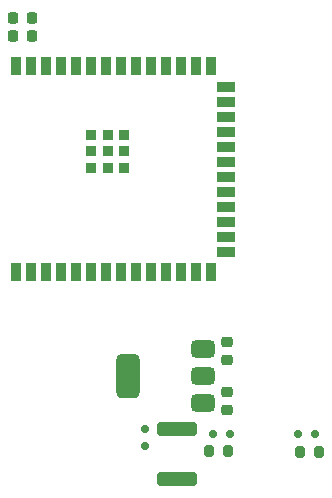
<source format=gbr>
%TF.GenerationSoftware,KiCad,Pcbnew,8.0.9*%
%TF.CreationDate,2025-07-03T09:04:04+02:00*%
%TF.ProjectId,Project,50726f6a-6563-4742-9e6b-696361645f70,rev?*%
%TF.SameCoordinates,Original*%
%TF.FileFunction,Paste,Bot*%
%TF.FilePolarity,Positive*%
%FSLAX46Y46*%
G04 Gerber Fmt 4.6, Leading zero omitted, Abs format (unit mm)*
G04 Created by KiCad (PCBNEW 8.0.9) date 2025-07-03 09:04:04*
%MOMM*%
%LPD*%
G01*
G04 APERTURE LIST*
G04 Aperture macros list*
%AMRoundRect*
0 Rectangle with rounded corners*
0 $1 Rounding radius*
0 $2 $3 $4 $5 $6 $7 $8 $9 X,Y pos of 4 corners*
0 Add a 4 corners polygon primitive as box body*
4,1,4,$2,$3,$4,$5,$6,$7,$8,$9,$2,$3,0*
0 Add four circle primitives for the rounded corners*
1,1,$1+$1,$2,$3*
1,1,$1+$1,$4,$5*
1,1,$1+$1,$6,$7*
1,1,$1+$1,$8,$9*
0 Add four rect primitives between the rounded corners*
20,1,$1+$1,$2,$3,$4,$5,0*
20,1,$1+$1,$4,$5,$6,$7,0*
20,1,$1+$1,$6,$7,$8,$9,0*
20,1,$1+$1,$8,$9,$2,$3,0*%
G04 Aperture macros list end*
%ADD10RoundRect,0.200000X-0.200000X-0.275000X0.200000X-0.275000X0.200000X0.275000X-0.200000X0.275000X0*%
%ADD11RoundRect,0.375000X0.625000X0.375000X-0.625000X0.375000X-0.625000X-0.375000X0.625000X-0.375000X0*%
%ADD12RoundRect,0.500000X0.500000X1.400000X-0.500000X1.400000X-0.500000X-1.400000X0.500000X-1.400000X0*%
%ADD13RoundRect,0.150000X-0.150000X-0.200000X0.150000X-0.200000X0.150000X0.200000X-0.150000X0.200000X0*%
%ADD14RoundRect,0.225000X0.225000X0.250000X-0.225000X0.250000X-0.225000X-0.250000X0.225000X-0.250000X0*%
%ADD15RoundRect,0.225000X0.250000X-0.225000X0.250000X0.225000X-0.250000X0.225000X-0.250000X-0.225000X0*%
%ADD16RoundRect,0.150000X0.150000X0.200000X-0.150000X0.200000X-0.150000X-0.200000X0.150000X-0.200000X0*%
%ADD17RoundRect,0.150000X-0.200000X0.150000X-0.200000X-0.150000X0.200000X-0.150000X0.200000X0.150000X0*%
%ADD18R,0.900000X0.900000*%
%ADD19R,0.900000X1.500000*%
%ADD20R,1.500000X0.900000*%
%ADD21RoundRect,0.250000X-1.450000X0.312500X-1.450000X-0.312500X1.450000X-0.312500X1.450000X0.312500X0*%
%ADD22RoundRect,0.200000X0.200000X0.275000X-0.200000X0.275000X-0.200000X-0.275000X0.200000X-0.275000X0*%
G04 APERTURE END LIST*
D10*
%TO.C,R1*%
X258072800Y-326115737D03*
X259722800Y-326115737D03*
%TD*%
D11*
%TO.C,U2*%
X249880800Y-321992800D03*
D12*
X243580800Y-319692800D03*
D11*
X249880800Y-319692800D03*
X249880800Y-317392800D03*
%TD*%
D13*
%TO.C,D176*%
X259369200Y-324617137D03*
X257969200Y-324617137D03*
%TD*%
D14*
%TO.C,C1*%
X235377400Y-290913600D03*
X233827400Y-290913600D03*
%TD*%
D15*
%TO.C,C4*%
X251963600Y-316795600D03*
X251963600Y-318345600D03*
%TD*%
D16*
%TO.C,D175*%
X250755600Y-324591737D03*
X252155600Y-324591737D03*
%TD*%
D15*
%TO.C,C3*%
X251938200Y-321037400D03*
X251938200Y-322587400D03*
%TD*%
D14*
%TO.C,C2*%
X235377400Y-289364200D03*
X233827400Y-289364200D03*
%TD*%
D17*
%TO.C,D180*%
X244953200Y-325621937D03*
X244953200Y-324221937D03*
%TD*%
D18*
%TO.C,IC1*%
X240422000Y-302091200D03*
X241822000Y-302091200D03*
X243222000Y-302091200D03*
X243222000Y-300691200D03*
X243222000Y-299291200D03*
X241822000Y-299291200D03*
X240422000Y-299291200D03*
X240422000Y-300691200D03*
X241822000Y-300691200D03*
D19*
X234102000Y-310941200D03*
X235372000Y-310941200D03*
X236642000Y-310941200D03*
X237912000Y-310941200D03*
X239182000Y-310941200D03*
X240452000Y-310941200D03*
X241722000Y-310941200D03*
X242992000Y-310941200D03*
X244262000Y-310941200D03*
X245532000Y-310941200D03*
X246802000Y-310941200D03*
X248072000Y-310941200D03*
X249342000Y-310941200D03*
X250612000Y-310941200D03*
D20*
X251862000Y-309176200D03*
X251862000Y-307906200D03*
X251862000Y-306636200D03*
X251862000Y-305366200D03*
X251862000Y-304096200D03*
X251862000Y-302826200D03*
X251862000Y-301556200D03*
X251862000Y-300286200D03*
X251862000Y-299016200D03*
X251862000Y-297746200D03*
X251862000Y-296476200D03*
X251862000Y-295206200D03*
D19*
X250612000Y-293441200D03*
X249342000Y-293441200D03*
X248072000Y-293441200D03*
X246802000Y-293441200D03*
X245532000Y-293441200D03*
X244262000Y-293441200D03*
X242992000Y-293441200D03*
X241722000Y-293441200D03*
X240452000Y-293441200D03*
X239182000Y-293441200D03*
X237912000Y-293441200D03*
X236642000Y-293441200D03*
X235372000Y-293441200D03*
X234102000Y-293441200D03*
%TD*%
D21*
%TO.C,F3*%
X247671000Y-324202937D03*
X247671000Y-328477937D03*
%TD*%
D22*
%TO.C,R2*%
X252052000Y-326090337D03*
X250402000Y-326090337D03*
%TD*%
M02*

</source>
